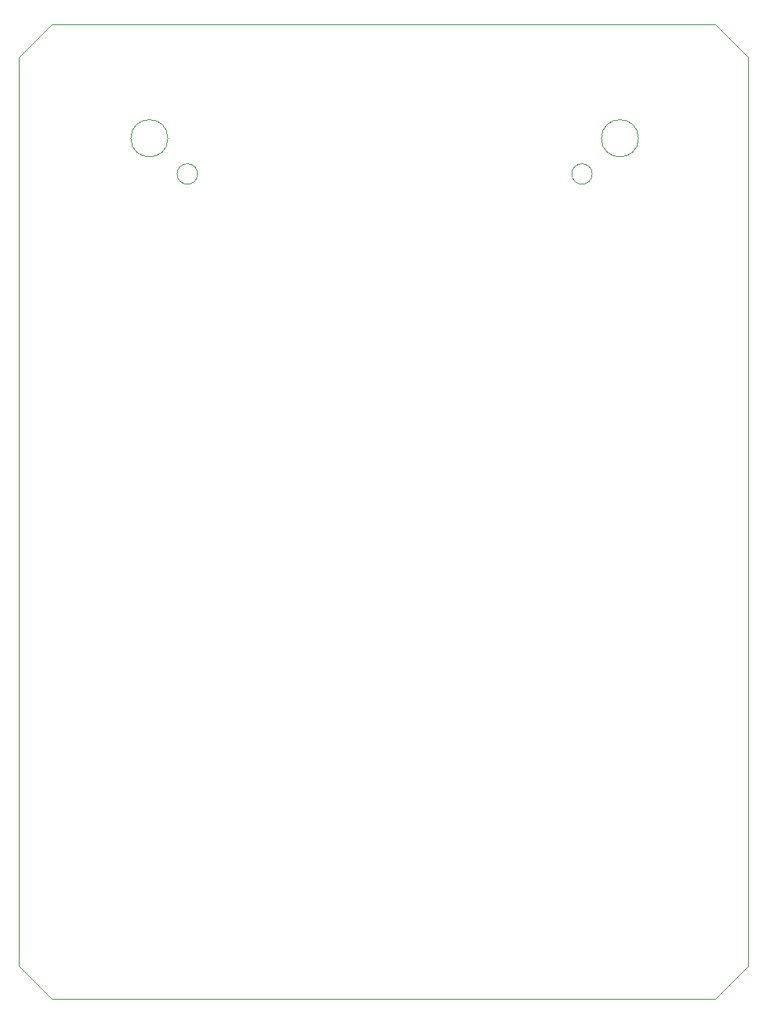
<source format=gbr>
%TF.GenerationSoftware,KiCad,Pcbnew,8.0.5*%
%TF.CreationDate,2024-11-27T16:11:48+01:00*%
%TF.ProjectId,Core4GPZ_rev0-1,436f7265-3447-4505-9a5f-726576302d31,rev?*%
%TF.SameCoordinates,Original*%
%TF.FileFunction,Profile,NP*%
%FSLAX46Y46*%
G04 Gerber Fmt 4.6, Leading zero omitted, Abs format (unit mm)*
G04 Created by KiCad (PCBNEW 8.0.5) date 2024-11-27 16:11:48*
%MOMM*%
%LPD*%
G01*
G04 APERTURE LIST*
%TA.AperFunction,Profile*%
%ADD10C,0.100000*%
%TD*%
%TA.AperFunction,Profile*%
%ADD11C,0.120000*%
%TD*%
G04 APERTURE END LIST*
D10*
X156215000Y-140335000D02*
X152659000Y-143891000D01*
X81031000Y-38735000D02*
X152659000Y-38735000D01*
X81031000Y-38735000D02*
X77475000Y-42291000D01*
X152659000Y-143891000D02*
X81031000Y-143891000D01*
X77475000Y-140335000D02*
X81031000Y-143891000D01*
X77475000Y-42291000D02*
X77475000Y-140335000D01*
X152659000Y-38735000D02*
X156215000Y-42291000D01*
X156215000Y-42291000D02*
X156215000Y-140335000D01*
D11*
%TO.C,U1*%
X93581000Y-51005000D02*
G75*
G02*
X89581000Y-51005000I-2000000J0D01*
G01*
X89581000Y-51005000D02*
G75*
G02*
X93581000Y-51005000I2000000J0D01*
G01*
X96781000Y-54855000D02*
G75*
G02*
X94581000Y-54855000I-1100000J0D01*
G01*
X94581000Y-54855000D02*
G75*
G02*
X96781000Y-54855000I1100000J0D01*
G01*
X139381000Y-54855000D02*
G75*
G02*
X137181000Y-54855000I-1100000J0D01*
G01*
X137181000Y-54855000D02*
G75*
G02*
X139381000Y-54855000I1100000J0D01*
G01*
X144381000Y-51005000D02*
G75*
G02*
X140381000Y-51005000I-2000000J0D01*
G01*
X140381000Y-51005000D02*
G75*
G02*
X144381000Y-51005000I2000000J0D01*
G01*
%TD*%
M02*

</source>
